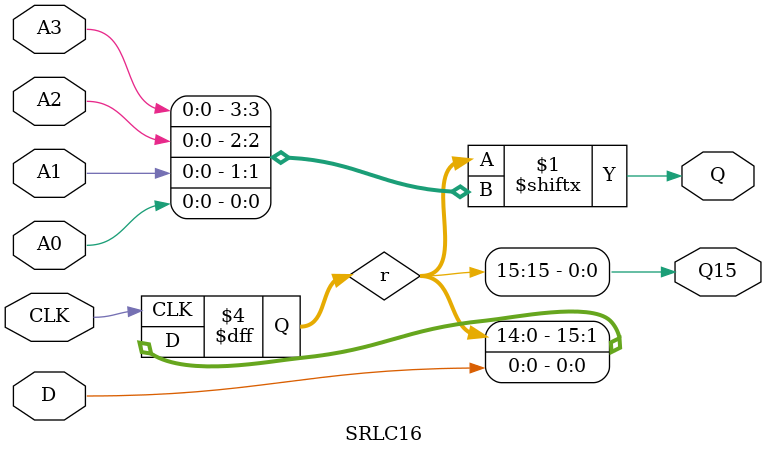
<source format=v>
module SRLC16 (
  output Q,
  output Q15,
  input A0, A1, A2, A3,
  (* clkbuf_sink *)
  input CLK,
  input D
);
  parameter [15:0] INIT = 16'h0000;
  reg [15:0] r = INIT;
  assign Q15 = r[15];
  assign Q = r[{A3,A2,A1,A0}];
  always @(posedge CLK) r <= { r[14:0], D };
  specify
    // Max delay from: https://github.com/SymbiFlow/prjxray-db/blob/34ea6eb08a63d21ec16264ad37a0a7b142ff6031/artix7/timings/CLBLM_R.sdf#L912
    $setup(D , posedge CLK, 173);
    // Max delay from: https://github.com/SymbiFlow/prjxray-db/blob/34ea6eb08a63d21ec16264ad37a0a7b142ff6031/artix7/timings/CLBLM_R.sdf#L905
    (posedge CLK => (Q : 1'bx)) = 1472;
    // Max delay from: https://github.com/SymbiFlow/prjxray-db/blob/34ea6eb08a63d21ec16264ad37a0a7b142ff6031/artix7/timings/CLBLM_R.sdf#L904
    (posedge CLK => (Q15 : 1'bx)) = 1114;
    (A0 => Q) = 631;
    (A1 => Q) = 472;
    (A2 => Q) = 407;
    (A3 => Q) = 238;
  endspecify
endmodule
</source>
